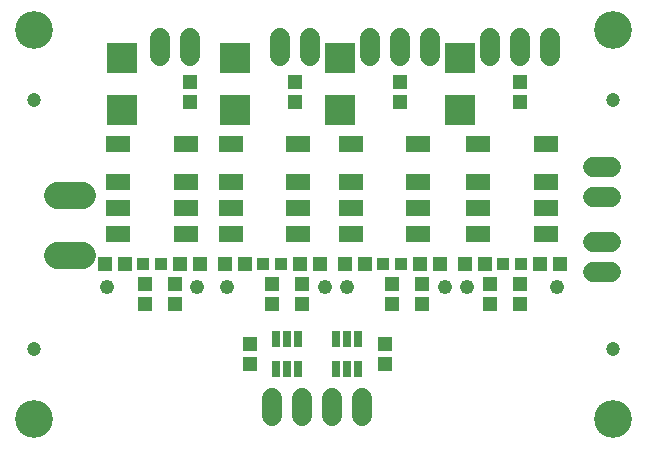
<source format=gts>
G75*
%MOIN*%
%OFA0B0*%
%FSLAX25Y25*%
%IPPOS*%
%LPD*%
%AMOC8*
5,1,8,0,0,1.08239X$1,22.5*
%
%ADD10C,0.06800*%
%ADD11R,0.05131X0.04737*%
%ADD12R,0.04737X0.05131*%
%ADD13R,0.03000X0.05800*%
%ADD14R,0.07887X0.05524*%
%ADD15R,0.03950X0.03950*%
%ADD16C,0.09050*%
%ADD17C,0.12611*%
%ADD18R,0.10249X0.10249*%
%ADD19C,0.04737*%
%ADD20C,0.04762*%
D10*
X0108300Y0052000D02*
X0108300Y0058000D01*
X0118300Y0058000D02*
X0118300Y0052000D01*
X0128300Y0052000D02*
X0128300Y0058000D01*
X0138300Y0058000D02*
X0138300Y0052000D01*
X0215300Y0100000D02*
X0221300Y0100000D01*
X0221300Y0110000D02*
X0215300Y0110000D01*
X0215300Y0125000D02*
X0221300Y0125000D01*
X0221300Y0135000D02*
X0215300Y0135000D01*
X0200800Y0172000D02*
X0200800Y0178000D01*
X0190800Y0178000D02*
X0190800Y0172000D01*
X0180800Y0172000D02*
X0180800Y0178000D01*
X0160800Y0178000D02*
X0160800Y0172000D01*
X0150800Y0172000D02*
X0150800Y0178000D01*
X0140800Y0178000D02*
X0140800Y0172000D01*
X0120800Y0172000D02*
X0120800Y0178000D01*
X0110800Y0178000D02*
X0110800Y0172000D01*
X0080800Y0172000D02*
X0080800Y0178000D01*
X0070800Y0178000D02*
X0070800Y0172000D01*
D11*
X0080800Y0163346D03*
X0080800Y0156654D03*
X0115800Y0156654D03*
X0115800Y0163346D03*
X0150800Y0163346D03*
X0150800Y0156654D03*
X0190800Y0156654D03*
X0190800Y0163346D03*
X0190800Y0095846D03*
X0190800Y0089154D03*
X0158300Y0089154D03*
X0158300Y0095846D03*
X0118300Y0095846D03*
X0118300Y0089154D03*
X0075800Y0089154D03*
X0075800Y0095846D03*
D12*
X0077454Y0102500D03*
X0084146Y0102500D03*
X0092454Y0102500D03*
X0099146Y0102500D03*
X0108300Y0095846D03*
X0108300Y0089154D03*
X0100800Y0075846D03*
X0100800Y0069154D03*
X0065800Y0089154D03*
X0065800Y0095846D03*
X0059146Y0102500D03*
X0052454Y0102500D03*
X0117454Y0102500D03*
X0124146Y0102500D03*
X0132454Y0102500D03*
X0139146Y0102500D03*
X0148300Y0095846D03*
X0148300Y0089154D03*
X0145800Y0075846D03*
X0145800Y0069154D03*
X0180800Y0089154D03*
X0180800Y0095846D03*
X0179146Y0102500D03*
X0172454Y0102500D03*
X0164146Y0102500D03*
X0157454Y0102500D03*
X0197454Y0102500D03*
X0204146Y0102500D03*
D13*
X0137000Y0077600D03*
X0133300Y0077600D03*
X0129600Y0077600D03*
X0129600Y0067400D03*
X0133300Y0067400D03*
X0137000Y0067400D03*
X0117000Y0067400D03*
X0113300Y0067400D03*
X0109600Y0067400D03*
X0109600Y0077600D03*
X0113300Y0077600D03*
X0117000Y0077600D03*
D14*
X0117020Y0112539D03*
X0117020Y0121201D03*
X0117020Y0129862D03*
X0117020Y0142461D03*
X0134580Y0142461D03*
X0134580Y0129862D03*
X0134580Y0121201D03*
X0134580Y0112539D03*
X0157020Y0112539D03*
X0157020Y0121201D03*
X0157020Y0129862D03*
X0157020Y0142461D03*
X0177080Y0142461D03*
X0177080Y0129862D03*
X0177080Y0121201D03*
X0177080Y0112539D03*
X0199520Y0112539D03*
X0199520Y0121201D03*
X0199520Y0129862D03*
X0199520Y0142461D03*
X0094580Y0142461D03*
X0094580Y0129862D03*
X0094580Y0121201D03*
X0094580Y0112539D03*
X0079520Y0112539D03*
X0079520Y0121201D03*
X0079520Y0129862D03*
X0079520Y0142461D03*
X0057080Y0142461D03*
X0057080Y0129862D03*
X0057080Y0121201D03*
X0057080Y0112539D03*
D15*
X0065347Y0102500D03*
X0071253Y0102500D03*
X0105347Y0102500D03*
X0111253Y0102500D03*
X0145347Y0102500D03*
X0151253Y0102500D03*
X0185347Y0102500D03*
X0191253Y0102500D03*
D16*
X0044925Y0105709D02*
X0036675Y0105709D01*
X0036675Y0125709D02*
X0044925Y0125709D01*
D17*
X0029048Y0050748D03*
X0029048Y0180669D03*
X0221961Y0180669D03*
X0221961Y0050748D03*
D18*
X0170800Y0153839D03*
X0170800Y0171161D03*
X0130800Y0171161D03*
X0130800Y0153839D03*
X0095800Y0153839D03*
X0095800Y0171161D03*
X0058300Y0171161D03*
X0058300Y0153839D03*
D19*
X0029048Y0157047D03*
X0029048Y0074370D03*
X0221961Y0074370D03*
X0221961Y0157047D03*
D20*
X0203300Y0095000D03*
X0173300Y0095000D03*
X0165800Y0095000D03*
X0133300Y0095000D03*
X0125800Y0095000D03*
X0093300Y0095000D03*
X0083300Y0095000D03*
X0053300Y0095000D03*
M02*

</source>
